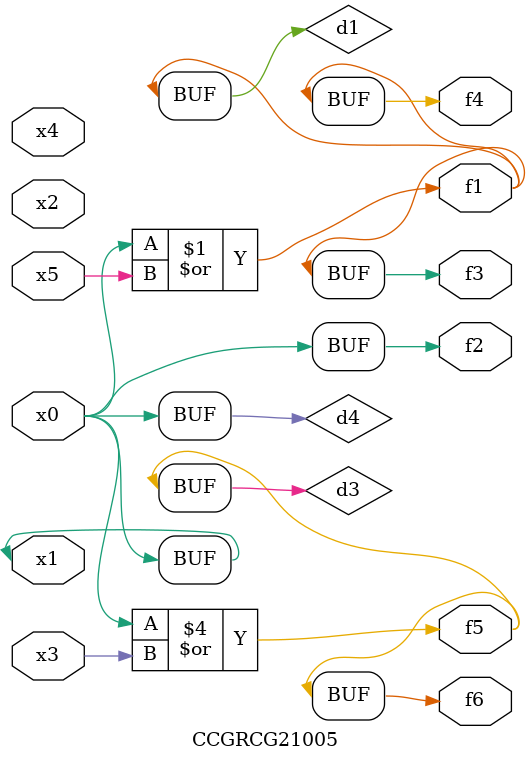
<source format=v>
module CCGRCG21005(
	input x0, x1, x2, x3, x4, x5,
	output f1, f2, f3, f4, f5, f6
);

	wire d1, d2, d3, d4;

	or (d1, x0, x5);
	xnor (d2, x1, x4);
	or (d3, x0, x3);
	buf (d4, x0, x1);
	assign f1 = d1;
	assign f2 = d4;
	assign f3 = d1;
	assign f4 = d1;
	assign f5 = d3;
	assign f6 = d3;
endmodule

</source>
